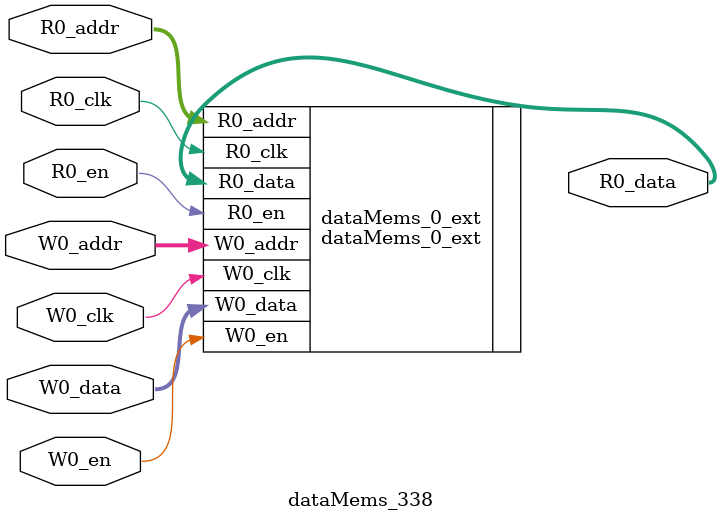
<source format=sv>
`ifndef RANDOMIZE
  `ifdef RANDOMIZE_REG_INIT
    `define RANDOMIZE
  `endif // RANDOMIZE_REG_INIT
`endif // not def RANDOMIZE
`ifndef RANDOMIZE
  `ifdef RANDOMIZE_MEM_INIT
    `define RANDOMIZE
  `endif // RANDOMIZE_MEM_INIT
`endif // not def RANDOMIZE

`ifndef RANDOM
  `define RANDOM $random
`endif // not def RANDOM

// Users can define 'PRINTF_COND' to add an extra gate to prints.
`ifndef PRINTF_COND_
  `ifdef PRINTF_COND
    `define PRINTF_COND_ (`PRINTF_COND)
  `else  // PRINTF_COND
    `define PRINTF_COND_ 1
  `endif // PRINTF_COND
`endif // not def PRINTF_COND_

// Users can define 'ASSERT_VERBOSE_COND' to add an extra gate to assert error printing.
`ifndef ASSERT_VERBOSE_COND_
  `ifdef ASSERT_VERBOSE_COND
    `define ASSERT_VERBOSE_COND_ (`ASSERT_VERBOSE_COND)
  `else  // ASSERT_VERBOSE_COND
    `define ASSERT_VERBOSE_COND_ 1
  `endif // ASSERT_VERBOSE_COND
`endif // not def ASSERT_VERBOSE_COND_

// Users can define 'STOP_COND' to add an extra gate to stop conditions.
`ifndef STOP_COND_
  `ifdef STOP_COND
    `define STOP_COND_ (`STOP_COND)
  `else  // STOP_COND
    `define STOP_COND_ 1
  `endif // STOP_COND
`endif // not def STOP_COND_

// Users can define INIT_RANDOM as general code that gets injected into the
// initializer block for modules with registers.
`ifndef INIT_RANDOM
  `define INIT_RANDOM
`endif // not def INIT_RANDOM

// If using random initialization, you can also define RANDOMIZE_DELAY to
// customize the delay used, otherwise 0.002 is used.
`ifndef RANDOMIZE_DELAY
  `define RANDOMIZE_DELAY 0.002
`endif // not def RANDOMIZE_DELAY

// Define INIT_RANDOM_PROLOG_ for use in our modules below.
`ifndef INIT_RANDOM_PROLOG_
  `ifdef RANDOMIZE
    `ifdef VERILATOR
      `define INIT_RANDOM_PROLOG_ `INIT_RANDOM
    `else  // VERILATOR
      `define INIT_RANDOM_PROLOG_ `INIT_RANDOM #`RANDOMIZE_DELAY begin end
    `endif // VERILATOR
  `else  // RANDOMIZE
    `define INIT_RANDOM_PROLOG_
  `endif // RANDOMIZE
`endif // not def INIT_RANDOM_PROLOG_

// Include register initializers in init blocks unless synthesis is set
`ifndef SYNTHESIS
  `ifndef ENABLE_INITIAL_REG_
    `define ENABLE_INITIAL_REG_
  `endif // not def ENABLE_INITIAL_REG_
`endif // not def SYNTHESIS

// Include rmemory initializers in init blocks unless synthesis is set
`ifndef SYNTHESIS
  `ifndef ENABLE_INITIAL_MEM_
    `define ENABLE_INITIAL_MEM_
  `endif // not def ENABLE_INITIAL_MEM_
`endif // not def SYNTHESIS

module dataMems_338(	// @[generators/ara/src/main/scala/UnsafeAXI4ToTL.scala:365:62]
  input  [4:0]  R0_addr,
  input         R0_en,
  input         R0_clk,
  output [66:0] R0_data,
  input  [4:0]  W0_addr,
  input         W0_en,
  input         W0_clk,
  input  [66:0] W0_data
);

  dataMems_0_ext dataMems_0_ext (	// @[generators/ara/src/main/scala/UnsafeAXI4ToTL.scala:365:62]
    .R0_addr (R0_addr),
    .R0_en   (R0_en),
    .R0_clk  (R0_clk),
    .R0_data (R0_data),
    .W0_addr (W0_addr),
    .W0_en   (W0_en),
    .W0_clk  (W0_clk),
    .W0_data (W0_data)
  );
endmodule


</source>
